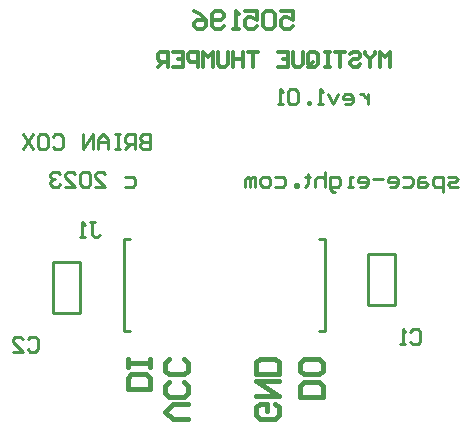
<source format=gbo>
%FSLAX25Y25*%
%MOIN*%
G70*
G01*
G75*
G04 Layer_Color=33789*
%ADD10P,0.08352X4X360.0*%
%ADD11P,0.08352X4X270.0*%
%ADD12P,0.08352X4X75.0*%
%ADD13P,0.08352X4X115.0*%
%ADD14P,0.08352X4X155.0*%
%ADD15P,0.08352X4X195.0*%
%ADD16P,0.08352X4X235.0*%
%ADD17P,0.08352X4X275.0*%
%ADD18R,0.05906X0.05906*%
%ADD19P,0.08352X4X355.0*%
%ADD20P,0.08352X4X395.0*%
%ADD21R,0.05906X0.05906*%
%ADD22C,0.02500*%
%ADD23C,0.04000*%
%ADD24R,0.12205X0.17716*%
%ADD25R,0.08000X0.05000*%
%ADD26C,0.05000*%
%ADD27C,0.01000*%
%ADD28C,0.01200*%
%ADD29C,0.01500*%
D27*
X1366409Y984547D02*
X1368378D01*
X1366409D02*
Y1015059D01*
X1368378D01*
X1431370Y984547D02*
X1433339D01*
Y1015059D01*
X1431370D02*
X1433339D01*
X1351516Y990484D02*
Y1007516D01*
X1342484Y990484D02*
X1351516D01*
X1342484D02*
Y1007516D01*
X1351516D01*
X1456516Y992984D02*
Y1010016D01*
X1447484Y992984D02*
X1456516D01*
X1447484D02*
Y1010016D01*
X1456516D01*
X1461668Y984165D02*
X1462501Y984998D01*
X1464167D01*
X1465000Y984165D01*
Y980833D01*
X1464167Y980000D01*
X1462501D01*
X1461668Y980833D01*
X1460002Y980000D02*
X1458335D01*
X1459169D01*
Y984998D01*
X1460002Y984165D01*
X1334168Y981665D02*
X1335001Y982498D01*
X1336667D01*
X1337500Y981665D01*
Y978333D01*
X1336667Y977500D01*
X1335001D01*
X1334168Y978333D01*
X1329169Y977500D02*
X1332502D01*
X1329169Y980832D01*
Y981665D01*
X1330002Y982498D01*
X1331669D01*
X1332502Y981665D01*
X1354830Y1020661D02*
X1356497D01*
X1355663D01*
Y1016496D01*
X1356497Y1015663D01*
X1357330D01*
X1358163Y1016496D01*
X1353164Y1015663D02*
X1351498D01*
X1352331D01*
Y1020661D01*
X1353164Y1019828D01*
X1477500Y1032500D02*
X1475001D01*
X1474168Y1033333D01*
X1475001Y1034166D01*
X1476667D01*
X1477500Y1034999D01*
X1476667Y1035832D01*
X1474168D01*
X1472502Y1030834D02*
Y1035832D01*
X1470002D01*
X1469169Y1034999D01*
Y1033333D01*
X1470002Y1032500D01*
X1472502D01*
X1466670Y1035832D02*
X1465004D01*
X1464171Y1034999D01*
Y1032500D01*
X1466670D01*
X1467503Y1033333D01*
X1466670Y1034166D01*
X1464171D01*
X1459173Y1035832D02*
X1461672D01*
X1462505Y1034999D01*
Y1033333D01*
X1461672Y1032500D01*
X1459173D01*
X1455007D02*
X1456673D01*
X1457506Y1033333D01*
Y1034999D01*
X1456673Y1035832D01*
X1455007D01*
X1454174Y1034999D01*
Y1034166D01*
X1457506D01*
X1452508Y1034999D02*
X1449176D01*
X1445010Y1032500D02*
X1446677D01*
X1447510Y1033333D01*
Y1034999D01*
X1446677Y1035832D01*
X1445010D01*
X1444178Y1034999D01*
Y1034166D01*
X1447510D01*
X1442511Y1032500D02*
X1440845D01*
X1441678D01*
Y1035832D01*
X1442511D01*
X1436680Y1030834D02*
X1435847D01*
X1435014Y1031667D01*
Y1035832D01*
X1437513D01*
X1438346Y1034999D01*
Y1033333D01*
X1437513Y1032500D01*
X1435014D01*
X1433348Y1037498D02*
Y1032500D01*
Y1034999D01*
X1432515Y1035832D01*
X1430849D01*
X1430015Y1034999D01*
Y1032500D01*
X1427516Y1036665D02*
Y1035832D01*
X1428349D01*
X1426683D01*
X1427516D01*
Y1033333D01*
X1426683Y1032500D01*
X1424184D02*
Y1033333D01*
X1423351D01*
Y1032500D01*
X1424184D01*
X1416686Y1035832D02*
X1419186D01*
X1420019Y1034999D01*
Y1033333D01*
X1419186Y1032500D01*
X1416686D01*
X1414187D02*
X1412521D01*
X1411688Y1033333D01*
Y1034999D01*
X1412521Y1035832D01*
X1414187D01*
X1415020Y1034999D01*
Y1033333D01*
X1414187Y1032500D01*
X1410022D02*
Y1035832D01*
X1409189D01*
X1408356Y1034999D01*
Y1032500D01*
Y1034999D01*
X1407523Y1035832D01*
X1406690Y1034999D01*
Y1032500D01*
X1447500Y1063332D02*
Y1060000D01*
Y1061666D01*
X1446667Y1062499D01*
X1445834Y1063332D01*
X1445001D01*
X1440002Y1060000D02*
X1441669D01*
X1442502Y1060833D01*
Y1062499D01*
X1441669Y1063332D01*
X1440002D01*
X1439169Y1062499D01*
Y1061666D01*
X1442502D01*
X1437503Y1063332D02*
X1435837Y1060000D01*
X1434171Y1063332D01*
X1432505Y1060000D02*
X1430839D01*
X1431672D01*
Y1064998D01*
X1432505Y1064165D01*
X1428339Y1060000D02*
Y1060833D01*
X1427507D01*
Y1060000D01*
X1428339D01*
X1424174Y1064165D02*
X1423341Y1064998D01*
X1421675D01*
X1420842Y1064165D01*
Y1060833D01*
X1421675Y1060000D01*
X1423341D01*
X1424174Y1060833D01*
Y1064165D01*
X1419176Y1060000D02*
X1417510D01*
X1418343D01*
Y1064998D01*
X1419176Y1064165D01*
X1375000Y1049998D02*
Y1045000D01*
X1372501D01*
X1371668Y1045833D01*
Y1046666D01*
X1372501Y1047499D01*
X1375000D01*
X1372501D01*
X1371668Y1048332D01*
Y1049165D01*
X1372501Y1049998D01*
X1375000D01*
X1370002Y1045000D02*
Y1049998D01*
X1367502D01*
X1366669Y1049165D01*
Y1047499D01*
X1367502Y1046666D01*
X1370002D01*
X1368336D02*
X1366669Y1045000D01*
X1365003Y1049998D02*
X1363337D01*
X1364170D01*
Y1045000D01*
X1365003D01*
X1363337D01*
X1360838D02*
Y1048332D01*
X1359172Y1049998D01*
X1357506Y1048332D01*
Y1045000D01*
Y1047499D01*
X1360838D01*
X1355840Y1045000D02*
Y1049998D01*
X1352507Y1045000D01*
Y1049998D01*
X1342511Y1049165D02*
X1343344Y1049998D01*
X1345010D01*
X1345843Y1049165D01*
Y1045833D01*
X1345010Y1045000D01*
X1343344D01*
X1342511Y1045833D01*
X1338345Y1049998D02*
X1340011D01*
X1340844Y1049165D01*
Y1045833D01*
X1340011Y1045000D01*
X1338345D01*
X1337512Y1045833D01*
Y1049165D01*
X1338345Y1049998D01*
X1335846D02*
X1332514Y1045000D01*
Y1049998D02*
X1335846Y1045000D01*
X1366668Y1035832D02*
X1369167D01*
X1370000Y1034999D01*
Y1033333D01*
X1369167Y1032500D01*
X1366668D01*
X1356671D02*
X1360003D01*
X1356671Y1035832D01*
Y1036665D01*
X1357504Y1037498D01*
X1359170D01*
X1360003Y1036665D01*
X1355005D02*
X1354172Y1037498D01*
X1352506D01*
X1351673Y1036665D01*
Y1033333D01*
X1352506Y1032500D01*
X1354172D01*
X1355005Y1033333D01*
Y1036665D01*
X1346674Y1032500D02*
X1350006D01*
X1346674Y1035832D01*
Y1036665D01*
X1347507Y1037498D01*
X1349173D01*
X1350006Y1036665D01*
X1345008D02*
X1344175Y1037498D01*
X1342509D01*
X1341676Y1036665D01*
Y1035832D01*
X1342509Y1034999D01*
X1343342D01*
X1342509D01*
X1341676Y1034166D01*
Y1033333D01*
X1342509Y1032500D01*
X1344175D01*
X1345008Y1033333D01*
D28*
X1455000Y1072500D02*
Y1077498D01*
X1453334Y1075832D01*
X1451668Y1077498D01*
Y1072500D01*
X1450002Y1077498D02*
Y1076665D01*
X1448335Y1074999D01*
X1446669Y1076665D01*
Y1077498D01*
X1448335Y1074999D02*
Y1072500D01*
X1441671Y1076665D02*
X1442504Y1077498D01*
X1444170D01*
X1445003Y1076665D01*
Y1075832D01*
X1444170Y1074999D01*
X1442504D01*
X1441671Y1074166D01*
Y1073333D01*
X1442504Y1072500D01*
X1444170D01*
X1445003Y1073333D01*
X1440005Y1077498D02*
X1436673D01*
X1438339D01*
Y1072500D01*
X1435007Y1077498D02*
X1433340D01*
X1434173D01*
Y1072500D01*
X1435007D01*
X1433340D01*
X1427509Y1073333D02*
Y1076665D01*
X1428342Y1077498D01*
X1430008D01*
X1430841Y1076665D01*
Y1073333D01*
X1430008Y1072500D01*
X1428342D01*
X1429175Y1074166D02*
X1427509Y1072500D01*
X1428342D02*
X1427509Y1073333D01*
X1425843Y1077498D02*
Y1073333D01*
X1425010Y1072500D01*
X1423344D01*
X1422511Y1073333D01*
Y1077498D01*
X1417512D02*
X1420844D01*
Y1072500D01*
X1417512D01*
X1420844Y1074999D02*
X1419178D01*
X1410848Y1077498D02*
X1407515D01*
X1409181D01*
Y1072500D01*
X1405849Y1077498D02*
Y1072500D01*
Y1074999D01*
X1402517D01*
Y1077498D01*
Y1072500D01*
X1400851Y1077498D02*
Y1073333D01*
X1400018Y1072500D01*
X1398352D01*
X1397519Y1073333D01*
Y1077498D01*
X1395852Y1072500D02*
Y1077498D01*
X1394186Y1075832D01*
X1392520Y1077498D01*
Y1072500D01*
X1390854D02*
Y1077498D01*
X1388355D01*
X1387522Y1076665D01*
Y1074999D01*
X1388355Y1074166D01*
X1390854D01*
X1382524Y1077498D02*
X1385856D01*
Y1072500D01*
X1382524D01*
X1385856Y1074999D02*
X1384190D01*
X1380857Y1072500D02*
Y1077498D01*
X1378358D01*
X1377525Y1076665D01*
Y1074999D01*
X1378358Y1074166D01*
X1380857D01*
X1379191D02*
X1377525Y1072500D01*
X1418501Y1090998D02*
X1422500D01*
Y1087999D01*
X1420501Y1088999D01*
X1419501D01*
X1418501Y1087999D01*
Y1086000D01*
X1419501Y1085000D01*
X1421500D01*
X1422500Y1086000D01*
X1416502Y1089998D02*
X1415502Y1090998D01*
X1413503D01*
X1412503Y1089998D01*
Y1086000D01*
X1413503Y1085000D01*
X1415502D01*
X1416502Y1086000D01*
Y1089998D01*
X1406505Y1090998D02*
X1410504D01*
Y1087999D01*
X1408504Y1088999D01*
X1407505D01*
X1406505Y1087999D01*
Y1086000D01*
X1407505Y1085000D01*
X1409504D01*
X1410504Y1086000D01*
X1404506Y1085000D02*
X1402507D01*
X1403506D01*
Y1090998D01*
X1404506Y1089998D01*
X1399507Y1086000D02*
X1398508Y1085000D01*
X1396508D01*
X1395509Y1086000D01*
Y1089998D01*
X1396508Y1090998D01*
X1398508D01*
X1399507Y1089998D01*
Y1088999D01*
X1398508Y1087999D01*
X1395509D01*
X1389511Y1090998D02*
X1391510Y1089998D01*
X1393509Y1087999D01*
Y1086000D01*
X1392510Y1085000D01*
X1390510D01*
X1389511Y1086000D01*
Y1086999D01*
X1390510Y1087999D01*
X1393509D01*
D29*
X1432498Y962500D02*
X1425000D01*
Y966249D01*
X1426250Y967498D01*
X1431248D01*
X1432498Y966249D01*
Y962500D01*
Y973746D02*
Y971247D01*
X1431248Y969998D01*
X1426250D01*
X1425000Y971247D01*
Y973746D01*
X1426250Y974996D01*
X1431248D01*
X1432498Y973746D01*
X1387498Y955000D02*
X1382499D01*
X1380000Y957499D01*
X1382499Y959998D01*
X1387498D01*
X1386248Y967496D02*
X1387498Y966246D01*
Y963747D01*
X1386248Y962498D01*
X1381250D01*
X1380000Y963747D01*
Y966246D01*
X1381250Y967496D01*
X1386248Y974994D02*
X1387498Y973744D01*
Y971245D01*
X1386248Y969995D01*
X1381250D01*
X1380000Y971245D01*
Y973744D01*
X1381250Y974994D01*
X1416533Y960283D02*
X1417782Y959033D01*
Y956534D01*
X1416533Y955285D01*
X1411534D01*
X1410285Y956534D01*
Y959033D01*
X1411534Y960283D01*
X1414034D01*
Y957784D01*
X1410285Y962782D02*
X1417782D01*
X1410285Y967781D01*
X1417782D01*
Y970280D02*
X1410285D01*
Y974029D01*
X1411534Y975278D01*
X1416533D01*
X1417782Y974029D01*
Y970280D01*
X1374998Y965000D02*
X1367500D01*
Y968749D01*
X1368750Y969998D01*
X1373748D01*
X1374998Y968749D01*
Y965000D01*
Y972498D02*
Y974997D01*
Y973747D01*
X1367500D01*
Y972498D01*
Y974997D01*
M02*

</source>
